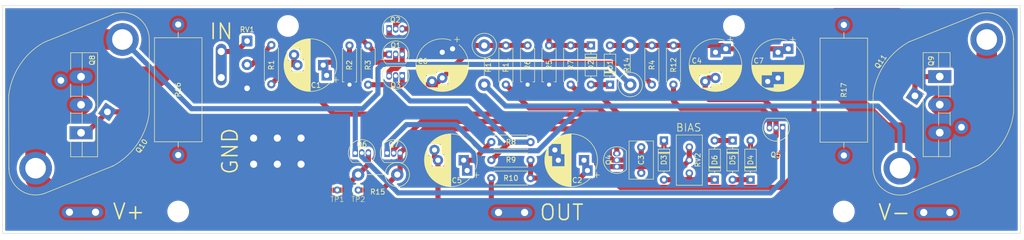
<source format=kicad_pcb>
(kicad_pcb (version 20211014) (generator pcbnew)
  (layers (0 "F.Cu" signal) (31 "B.Cu" signal) (34 "B.Paste" user) (35 "F.Paste" user) (36 "B.SilkS" user "B.Silkscreen") (37 "F.SilkS" user "F.Silkscreen") (38 "B.Mask" user) (39 "F.Mask" user) (44 "Edge.Cuts" user))
  (net 0 "")
  (net 1 "Net-(C1-Pad1)")
  (net 2 "Net-(C1-Pad2)")
  (net 3 "GND")
  (net 4 "Net-(C2-Pad1)")
  (net 5 "Net-(C3-Pad1)")
  (net 6 "Net-(C3-Pad2)")
  (net 7 "Net-(C4-Pad1)")
  (net 8 "Net-(C4-Pad2)")
  (net 9 "Net-(C5-Pad1)")
  (net 10 "OUT")
  (net 11 "Net-(C6-Pad2)")
  (net 12 "Net-(D1-Pad1)")
  (net 13 "Net-(D2-Pad1)")
  (net 14 "Net-(D3-Pad2)")
  (net 15 "Net-(D4-Pad1)")
  (net 16 "Net-(D4-Pad2)")
  (net 17 "Net-(D5-Pad1)")
  (net 18 "IN")
  (net 19 "-VDC")
  (net 20 "+VDC")
  (net 21 "Net-(Q1-Pad3)")
  (net 22 "Net-(Q2-Pad3)")
  (net 23 "Net-(Q3-Pad2)")
  (net 24 "Net-(Q4-Pad3)")
  (net 25 "Net-(Q5-Pad3)")
  (net 26 "Net-(Q10-Pad2)")
  (net 27 "Net-(Q11-Pad2)")
  (net 28 "Net-(Q10-Pad1)")
  (net 29 "Net-(Q11-Pad1)")
  (net 30 "Net-(R1-Pad1)")
  (footprint "Connector_Wire:SolderWire-0.5sqmm_1x03_P4.6mm_D0.9mm_OD2.1mm" (layer "F.Cu") (at 78.97453 109.1525 -90)
    (fp_text reference "RV1" (at -2.2185 -0.01947 180) (layer "F.SilkS"))
    (fp_text value "56K")
    (pad "1" thru_hole roundrect locked (at 0 0 270) (size 2.1 2.1) (drill 1.1) (layers *.Cu *.Mask) (roundrect_rratio 0.1190480952) (net 18 "IN"))
    (pad "2" thru_hole circle locked (at 4.6 0 270) (size 2.1 2.1) (drill 1.1) (layers *.Cu *.Mask) (net 30 "Net-(R1-Pad1)"))
    (pad "3" thru_hole circle locked (at 9.2 0 270) (size 2.1 2.1) (drill 1.1) (layers *.Cu *.Mask) (net 3 "GND"))
  )
  (footprint "Resistor_THT:R_Axial_DIN0207_L6.3mm_D2.5mm_P7.62mm_Horizontal" (layer "F.Cu") (at 134.117219 128.819802 180)
    (fp_text reference "R8" (at 3.81 -0.011774) (layer "F.SilkS"))
    (fp_text value "R_US")
    (pad "1" thru_hole circle locked (at 0 0 180) (size 1.6 1.6) (drill 0.8) (layers *.Cu *.Mask) (net 23 "Net-(Q3-Pad2)"))
    (pad "2" thru_hole oval locked (at 7.62 0 180) (size 1.6 1.6) (drill 0.8) (layers *.Cu *.Mask) (net 9 "Net-(C5-Pad1)"))
  )
  (footprint "Diode_THT:D_DO-35_SOD27_P7.62mm_Horizontal" (layer "F.Cu") (at 173.429011 128.510319 -90)
    (fp_text reference "D5" (at 3.797292 0.006792 90) (layer "F.SilkS"))
    (fp_text value "1N4149")
    (fp_text user " " (at 0 -1.8 90) (layer "F.SilkS"))
    (pad "1" thru_hole rect locked (at 0 0 270) (size 1.6 1.6) (drill 0.8) (layers *.Cu *.Mask) (net 17 "Net-(D5-Pad1)"))
    (pad "2" thru_hole oval locked (at 7.62 0 270) (size 1.6 1.6) (drill 0.8) (layers *.Cu *.Mask) (net 15 "Net-(D4-Pad1)"))
  )
  (footprint "Resistor_THT:R_Axial_DIN0414_L11.9mm_D4.5mm_P7.62mm_Vertical" (layer "F.Cu") (at 108.197219 135.135319 180)
    (fp_text reference "R15" (at 3.81 -3.37 180) (layer "F.SilkS"))
    (fp_text value "R_US")
    (pad "1" thru_hole circle locked (at 0 0 180) (size 2.4 2.4) (drill 1.2) (layers *.Cu *.Mask) (net 29 "Net-(Q11-Pad1)"))
    (pad "2" thru_hole oval locked (at 7.62 0 180) (size 2.4 2.4) (drill 1.2) (layers *.Cu *.Mask) (net 28 "Net-(Q10-Pad1)"))
  )
  (footprint "Resistor_THT:R_Axial_DIN0207_L6.3mm_D2.5mm_P7.62mm_Horizontal" (layer "F.Cu") (at 133.541344 110.02 -90)
    (fp_text reference "R6" (at 3.805 0.016344 90) (layer "F.SilkS"))
    (fp_text value "R_US")
    (pad "1" thru_hole circle locked (at 0 0 270) (size 1.6 1.6) (drill 0.8) (layers *.Cu *.Mask) (net 11 "Net-(C6-Pad2)"))
    (pad "2" thru_hole oval locked (at 7.62 0 270) (size 1.6 1.6) (drill 0.8) (layers *.Cu *.Mask) (net 3 "GND"))
  )
  (footprint "Resistor_THT:R_Axial_DIN0922_L20.0mm_D9.0mm_P25.40mm_Horizontal" (layer "F.Cu") (at 65.575 131.34 90)
    (fp_text reference "R16" (at 12.7 -0.043 90) (layer "F.SilkS"))
    (fp_text value "0R33/5W")
    (pad "1" thru_hole circle locked (at 0 0 90) (size 2.4 2.4) (drill 1.2) (layers *.Cu *.Mask) (net 10 "OUT"))
    (pad "2" thru_hole oval locked (at 25.4 0 90) (size 2.4 2.4) (drill 1.2) (layers *.Cu *.Mask) (net 26 "Net-(Q10-Pad2)"))
  )
  (footprint "MountingHole:MountingHole_3.2mm_M3" (layer "F.Cu") (at 173.685305 106.225)
    (fp_text reference " " (at 0 -4.2) (layer "F.SilkS"))
    (fp_text value "MountingHole_3.2mm_M3")
    (pad "" np_thru_hole circle locked (at 0 0) (size 3.2 3.2) (drill 3.2) (layers *.Cu *.Mask))
  )
  (footprint "Capacitor_THT:CP_Radial_D10.0mm_P5.00mm_P7.50mm" (layer "F.Cu") (at 144.519685 132.347969 180)
    (fp_text reference "C2" (at 1.322466 -3.909642) (layer "F.SilkS"))
    (fp_text value "10uF/25V")
    (pad "1" thru_hole rect locked (at 0 0 180) (size 2 2) (drill 1) (layers *.Cu *.Mask) (net 4 "Net-(C2-Pad1)"))
    (pad "1" thru_hole rect locked (at -0.672144 -2 180) (size 2 2) (drill 1) (layers *.Cu *.Mask) (net 4 "Net-(C2-Pad1)"))
    (pad "2" thru_hole circle locked (at 5 0 180) (size 2 2) (drill 1) (layers *.Cu *.Mask) (net 3 "GND"))
    (pad "2" thru_hole circle locked (at 5.672144 2 180) (size 2 2) (drill 1) (layers *.Cu *.Mask) (net 3 "GND"))
  )
  (footprint "Resistor_THT:R_Axial_DIN0414_L11.9mm_D4.5mm_P7.62mm_Vertical" (layer "F.Cu") (at 125.122016 110.02 -90)
    (fp_text reference "R13" (at 3.81 -0.765082 -90) (layer "F.SilkS"))
    (fp_text value "R_US")
    (pad "1" thru_hole circle locked (at 0 0 270) (size 2.4 2.4) (drill 1.2) (layers *.Cu *.Mask) (net 11 "Net-(C6-Pad2)"))
    (pad "2" thru_hole oval locked (at 7.62 0 270) (size 2.4 2.4) (drill 1.2) (layers *.Cu *.Mask) (net 19 "-VDC"))
  )
  (footprint "Package_TO_SOT_THT:TO-264-3_Vertical" (layer "F.Cu") (at 213.725 116.080289 -90)
    (fp_text reference "Q9" (at -3.045 1.655 90) (layer "F.SilkS"))
    (fp_text value "MJL21193")
    (pad "1" thru_hole rect locked (at 0 0 270) (size 2.5 4.5) (drill 1.5) (layers *.Cu *.Mask) (net 29 "Net-(Q11-Pad1)"))
    (pad "2" thru_hole oval locked (at 5.45 0 270) (size 2.5 4.5) (drill 1.5) (layers *.Cu *.Mask) (net 19 "-VDC"))
    (pad "3" thru_hole oval locked (at 10.9 0 270) (size 2.5 4.5) (drill 1.5) (layers *.Cu *.Mask) (net 27 "Net-(Q11-Pad2)"))
  )
  (footprint "Custom Library:Spade Conector 6.3mm TE_1217861" (layer "F.Cu") (at 130.425 142.513814)
    (fp_text reference "J2" hide)
    (fp_text value "OUT" hide)
    (pad "1" thru_hole oval (at 2.54 0) (size 5 2.1) (drill 1.4 (offset -1 0)) (layers *.Cu *.Mask) (net 10 "OUT"))
    (pad "1" thru_hole oval (at -2.54 0) (size 5 2.1) (drill 1.4 (offset 1 0)) (layers *.Cu *.Mask) (net 10 "OUT"))
  )
  (footprint "Resistor_THT:R_Axial_DIN0207_L6.3mm_D2.5mm_P7.62mm_Horizontal" (layer "F.Cu") (at 129.321792 110.02 -90)
    (fp_text reference "R11" (at 3.805 0.016344 90) (layer "F.SilkS"))
    (fp_text value "R_US")
    (pad "1" thru_hole circle locked (at 0 0 270) (size 1.6 1.6) (drill 0.8) (layers *.Cu *.Mask) (net 11 "Net-(C6-Pad2)"))
    (pad "2" thru_hole oval locked (at 7.62 0 270) (size 1.6 1.6) (drill 0.8) (layers *.Cu *.Mask) (net 24 "Net-(Q4-Pad3)"))
  )
  (footprint "Package_TO_SOT_THT:TO-92_Inline" (layer "F.Cu") (at 106.212219 130.945319)
    (fp_text reference "Q7" (at 1.27 -1.662708) (layer "F.SilkS"))
    (fp_text value "BC556")
    (pad "1" thru_hole rect locked (at 0 0) (size 1.05 1.5) (drill 0.75) (layers *.Cu *.Mask) (net 19 "-VDC"))
    (pad "2" thru_hole oval locked (at 1.27 0) (size 1.05 1.5) (drill 0.75) (layers *.Cu *.Mask) (net 6 "Net-(C3-Pad2)"))
    (pad "3" thru_hole oval locked (at 2.54 0) (size 1.05 1.5) (drill 0.75) (layers *.Cu *.Mask) (net 29 "Net-(Q11-Pad1)"))
  )
  (footprint "Package_TO_SOT_THT:TO-92_Inline" (layer "F.Cu") (at 100.022219 130.945319)
    (fp_text reference "Q6" (at 1.27 -1.662708) (layer "F.SilkS"))
    (fp_text value "BC546")
    (pad "1" thru_hole rect locked (at 0 0) (size 1.05 1.5) (drill 0.75) (layers *.Cu *.Mask) (net 20 "+VDC"))
    (pad "2" thru_hole oval locked (at 1.27 0) (size 1.05 1.5) (drill 0.75) (layers *.Cu *.Mask) (net 16 "Net-(D4-Pad2)"))
    (pad "3" thru_hole oval locked (at 2.54 0) (size 1.05 1.5) (drill 0.75) (layers *.Cu *.Mask) (net 28 "Net-(Q10-Pad1)"))
  )
  (footprint "Package_TO_SOT_THT:TO-92_Inline" (layer "F.Cu") (at 106.607638 106.790978)
    (fp_text reference "Q2" (at 1.192362 -1.740978) (layer "F.SilkS"))
    (fp_text value "BC556")
    (pad "1" thru_hole rect locked (at 0 0) (size 1.05 1.5) (drill 0.75) (layers *.Cu *.Mask) (net 21 "Net-(Q1-Pad3)"))
    (pad "2" thru_hole oval locked (at 1.27 0) (size 1.05 1.5) (drill 0.75) (layers *.Cu *.Mask) (net 13 "Net-(D2-Pad1)"))
    (pad "3" thru_hole oval locked (at 2.54 0) (size 1.05 1.5) (drill 0.75) (layers *.Cu *.Mask) (net 22 "Net-(Q2-Pad3)"))
  )
  (footprint "Package_TO_SOT_THT:TO-264-3_Vertical" (layer "F.Cu") (at 46.675 127.005289 90)
    (fp_text reference "Q8" (at 14.108 2.168 90) (layer "F.SilkS"))
    (fp_text value "MJL21194")
    (pad "1" thru_hole rect locked (at 0 0 90) (size 2.5 4.5) (drill 1.5) (layers *.Cu *.Mask) (net 28 "Net-(Q10-Pad1)"))
    (pad "2" thru_hole oval locked (at 5.45 0 90) (size 2.5 4.5) (drill 1.5) (layers *.Cu *.Mask) (net 20 "+VDC"))
    (pad "3" thru_hole oval locked (at 10.9 0 90) (size 2.5 4.5) (drill 1.5) (layers *.Cu *.Mask) (net 26 "Net-(Q10-Pad2)"))
  )
  (footprint "Connector_Pin:Pin_D0.7mm_L6.5mm_W1.8mm_FlatFork" (layer "F.Cu") (at 96.517019 138.15)
    (fp_text reference "TP1" (at 0 1.8) (layer "F.SilkS") (effects (font (thickness 0.1))))
    (fp_text value "Pin_D0.7mm_L6.5mm_W1.8mm_FlatFork")
    (pad "1" thru_hole circle locked (at 0 0) (size 1.4 1.4) (drill 0.7) (layers *.Cu *.Mask) (net 28 "Net-(Q10-Pad1)"))
  )
  (footprint "Resistor_THT:R_Axial_DIN0207_L6.3mm_D2.5mm_P7.62mm_Horizontal" (layer "F.Cu") (at 157.720224 117.64 90)
    (fp_text reference "R4" (at 3.815 0.005 90) (layer "F.SilkS"))
    (fp_text value "R_US")
    (pad "1" thru_hole circle locked (at 0 0 90) (size 1.6 1.6) (drill 0.8) (layers *.Cu *.Mask) (net 22 "Net-(Q2-Pad3)"))
    (pad "2" thru_hole oval locked (at 7.62 0 90) (size 1.6 1.6) (drill 0.8) (layers *.Cu *.Mask) (net 7 "Net-(C4-Pad1)"))
  )
  (footprint "Diode_THT:D_DO-35_SOD27_P7.62mm_Horizontal" (layer "F.Cu") (at 145.870896 110.02 -90)
    (fp_text reference "D2" (at 3.805 -0.004104 90) (layer "F.SilkS"))
    (fp_text value "1N4149")
    (fp_text user " " (at 0 -1.8 90) (layer "F.SilkS"))
    (pad "1" thru_hole rect locked (at 0 0 270) (size 1.6 1.6) (drill 0.8) (layers *.Cu *.Mask) (net 13 "Net-(D2-Pad1)"))
    (pad "2" thru_hole oval locked (at 7.62 0 270) (size 1.6 1.6) (drill 0.8) (layers *.Cu *.Mask) (net 12 "Net-(D1-Pad1)"))
  )
  (footprint "Capacitor_THT:C_Rect_L7.2mm_W4.5mm_P5.00mm_FKS2_FKP2_MKS2_MKP2" (layer "F.Cu") (at 155.652409 129.820319 -90)
    (fp_text reference "C3" (at 2.487292 0.011632 -270) (layer "F.SilkS"))
    (fp_text value "47pF")
    (pad "1" thru_hole circle locked (at 0 0 270) (size 1.6 1.6) (drill 0.8) (layers *.Cu *.Mask) (net 5 "Net-(C3-Pad1)"))
    (pad "2" thru_hole circle locked (at 5 0 270) (size 1.6 1.6) (drill 0.8) (layers *.Cu *.Mask) (net 6 "Net-(C3-Pad2)"))
  )
  (footprint "Capacitor_THT:CP_Radial_D10.0mm_P5.00mm_P7.50mm" (layer "F.Cu") (at 93.779707 113.845 180)
    (fp_text reference "C1" (at 1.404707 -3.905) (layer "F.SilkS"))
    (fp_text value "10nF")
    (pad "1" thru_hole rect locked (at 0 0 180) (size 2 2) (drill 1) (layers *.Cu *.Mask) (net 1 "Net-(C1-Pad1)"))
    (pad "1" thru_hole rect locked (at -0.672144 -2 180) (size 2 2) (drill 1) (layers *.Cu *.Mask) (net 1 "Net-(C1-Pad1)"))
    (pad "2" thru_hole circle locked (at 5 0 180) (size 2 2) (drill 1) (layers *.Cu *.Mask) (net 2 "Net-(C1-Pad2)"))
    (pad "2" thru_hole circle locked (at 5.672144 2 180) (size 2 2) (drill 1) (layers *.Cu *.Mask) (net 2 "Net-(C1-Pad2)"))
  )
  (footprint "Package_TO_SOT_THT:TO-3" (layer "F.Cu") (at 208.89763 119.825 56)
    (fp_text reference "Q11" (at 1.8 -9.25 56) (layer "F.SilkS"))
    (fp_text value "MJ15004 ")
    (pad "1" thru_hole rect locked (at 0 0 56) (size 2.6 2.6) (drill 1.3) (layers *.Cu *.Mask) (net 29 "Net-(Q11-Pad1)"))
    (pad "2" thru_hole circle locked (at 0 10.92 56) (size 2.6 2.6) (drill 1.3) (layers *.Cu *.Mask) (net 27 "Net-(Q11-Pad2)"))
    (pad "3" thru_hole circle locked (at 16.9 5.45 56) (size 6.35 6.35) (drill 4) (layers *.Cu *.Mask) (net 19 "-VDC"))
    (pad "3" thru_hole circle locked (at -13.3 5.45 56) (size 6.35 6.35) (drill 4) (layers *.Cu *.Mask) (net 19 "-VDC"))
  )
  (footprint "Custom Library:Spade Conector 6.3mm TE_1217861" (layer "F.Cu") (at 213.15 142.513814)
    (fp_text reference "J3" hide)
    (fp_text value "V+" hide)
    (pad "1" thru_hole oval (at -2.54 0) (size 5 2.1) (drill 1.4 (offset 1 0)) (layers *.Cu *.Mask) (net 19 "-VDC"))
    (pad "1" thru_hole oval (at 2.54 0) (size 5 2.1) (drill 1.4 (offset -1 0)) (layers *.Cu *.Mask) (net 19 "-VDC"))
  )
  (footprint "Connector_Pin:Pin_D0.7mm_L6.5mm_W1.8mm_FlatFork" (layer "F.Cu") (at 100.597942 138.15)
    (fp_text reference "TP2" (at 0 1.8) (layer "F.SilkS") (effects (font (thickness 0.1))))
    (fp_text value "Pin_D0.7mm_L6.5mm_W1.8mm_FlatFork")
    (pad "" thru_hole circle locked (at 0 0) (size 1.4 1.4) (drill 0.7) (layers *.Cu *.Mask) (net 29 "Net-(Q11-Pad1)"))
  )
  (footprint "Diode_THT:D_DO-35_SOD27_P7.62mm_Horizontal" (layer "F.Cu") (at 160.074011 128.510319 -90)
    (fp_text reference "D3" (at 3.797292 0.001792 90) (layer "F.SilkS"))
    (fp_text value "1N4149")
    (fp_text user " " (at 0 -1.8 90) (layer "F.SilkS"))
    (pad "1" thru_hole rect locked (at 0 0 270) (size 1.6 1.6) (drill 0.8) (layers *.Cu *.Mask) (net 6 "Net-(C3-Pad2)"))
    (pad "2" thru_hole oval locked (at 7.62 0 270) (size 1.6 1.6) (drill 0.8) (layers *.Cu *.Mask) (net 14 "Net-(D3-Pad2)"))
  )
  (footprint "Potentiometer_THT:Potentiometer_Bourns_3296W_Vertical" (layer "F.Cu") (at 165.009011 134.870319 -90)
    (fp_text reference "RV2" (at -2.562708 -1.64937 90) (layer "F.SilkS"))
    (fp_text value "1K")
    (pad "1" thru_hole circle locked (at 0 0 270) (size 1.44 1.44) (drill 0.8) (layers *.Cu *.Mask) (net 14 "Net-(D3-Pad2)"))
    (pad "2" thru_hole circle locked (at -2.54 0 270) (size 1.44 1.44) (drill 0.8) (layers *.Cu *.Mask) (net 6 "Net-(C3-Pad2)"))
    (pad "3" thru_hole circle locked (at -5.08 0 270) (size 1.44 1.44) (drill 0.8) (layers *.Cu *.Mask) (net 6 "Net-(C3-Pad2)"))
  )
  (footprint "Capacitor_THT:CP_Radial_D10.0mm_P5.00mm_P7.50mm" (layer "F.Cu") (at 182.259552 111.347323 -90)
    (fp_text reference "C7" (at 1.652677 3.759552 180) (layer "F.SilkS"))
    (fp_text value "220uF")
    (pad "1" thru_hole rect locked (at -0.672144 -2 270) (size 2 2) (drill 1) (layers *.Cu *.Mask) (net 7 "Net-(C4-Pad1)"))
    (pad "1" thru_hole rect locked (at 0 0 270) (size 2 2) (drill 1) (layers *.Cu *.Mask) (net 7 "Net-(C4-Pad1)"))
    (pad "2" thru_hole circle locked (at 5.672144 2 270) (size 2 2) (drill 1) (layers *.Cu *.Mask) (net 3 "GND"))
    (pad "2" thru_hole circle locked (at 5 0 270) (size 2 2) (drill 1) (layers *.Cu *.Mask) (net 3 "GND"))
  )
  (footprint "Diode_THT:D_DO-35_SOD27_P7.62mm_Horizontal" (layer "F.Cu") (at 176.914011 136.130319 90)
    (fp_text reference "D4" (at 3.822708 0.003208 90) (layer "F.SilkS"))
    (fp_text value "1N4149")
    (fp_text user " " (at 0 -1.8 90) (layer "F.SilkS"))
    (pad "1" thru_hole rect locked (at 0 0 90) (size 1.6 1.6) (drill 0.8) (layers *.Cu *.Mask) (net 15 "Net-(D4-Pad1)"))
    (pad "2" thru_hole oval locked (at 7.62 0 90) (size 1.6 1.6) (drill 0.8) (layers *.Cu *.Mask) (net 16 "Net-(D4-Pad2)"))
  )
  (footprint "Package_TO_SOT_THT:TO-92_Inline" (layer "F.Cu") (at 106.60453 111.75)
    (fp_text reference "Q1" (at 1.27 -1.725) (layer "F.SilkS"))
    (fp_text value "BC556")
    (pad "1" thru_hole rect locked (at 0 0) (size 1.05 1.5) (drill 0.75) (layers *.Cu *.Mask) (net 5 "Net-(C3-Pad1)"))
    (pad "2" thru_hole oval locked (at 1.27 0) (size 1.05 1.5) (drill 0.75) (layers *.Cu *.Mask) (net 1 "Net-(C1-Pad1)"))
    (pad "3" thru_hole oval locked (at 2.54 0) (size 1.05 1.5) (drill 0.75) (layers *.Cu *.Mask) (net 21 "Net-(Q1-Pad3)"))
  )
  (footprint "Capacitor_THT:CP_Radial_D10.0mm_P5.00mm_P7.50mm" (layer "F.Cu") (at 116.942229 111.347323 -90)
    (fp_text reference "C6" (at 1.727677 3.792229 180) (layer "F.SilkS"))
    (fp_text value "220uF")
    (pad "1" thru_hole rect locked (at 0 0 270) (size 2 2) (drill 1) (layers *.Cu *.Mask) (net 3 "GND"))
    (pad "1" thru_hole rect locked (at -0.672144 -2 270) (size 2 2) (drill 1) (layers *.Cu *.Mask) (net 3 "GND"))
    (pad "2" thru_hole circle locked (at 5.672144 2 270) (size 2 2) (drill 1) (layers *.Cu *.Mask) (net 11 "Net-(C6-Pad2)"))
    (pad "2" thru_hole circle locked (at 5 0 270) (size 2 2) (drill 1) (layers *.Cu *.Mask) (net 11 "Net-(C6-Pad2)"))
  )
  (footprint "Package_TO_SOT_THT:TO-92_Inline" (layer "F.Cu") (at 150.902409 133.590319 90)
    (fp_text reference "Q4" (at 1.307708 -1.587229 90) (layer "F.SilkS"))
    (fp_text value "BC546")
    (pad "1" thru_hole rect locked (at 0 0 90) (size 1.05 1.5) (drill 0.75) (layers *.Cu *.Mask) (net 6 "Net-(C3-Pad2)"))
    (pad "2" thru_hole oval locked (at 1.27 0 90) (size 1.05 1.5) (drill 0.75) (layers *.Cu *.Mask) (net 5 "Net-(C3-Pad1)"))
    (pad "3" thru_hole oval locked (at 2.54 0 90) (size 1.05 1.5) (drill 0.75) (layers *.Cu *.Mask) (net 24 "Net-(Q4-Pad3)"))
  )
  (footprint "Diode_THT:D_DO-35_SOD27_P7.62mm_Horizontal" (layer "F.Cu") (at 169.944011 136.130319 90)
    (fp_text reference "D6" (at 3.822708 0.003208 90) (layer "F.SilkS"))
    (fp_text value "1N4149")
    (fp_text user " " (at 0 -1.8 90) (layer "F.SilkS"))
    (pad "1" thru_hole rect locked (at 0 0 90) (size 1.6 1.6) (drill 0.8) (layers *.Cu *.Mask) (net 14 "Net-(D3-Pad2)"))
    (pad "2" thru_hole oval locked (at 7.62 0 90) (size 1.6 1.6) (drill 0.8) (layers *.Cu *.Mask) (net 17 "Net-(D5-Pad1)"))
  )
  (footprint "MountingHole:MountingHole_3.2mm_M3" (layer "F.Cu") (at 86.925 106.225)
    (fp_text reference " " (at 0 -4.2) (layer "F.SilkS"))
    (fp_text value "MountingHole_3.2mm_M3")
    (pad "" np_thru_hole circle locked (at 0 0) (size 3.2 3.2) (drill 3.2) (layers *.Cu *.Mask))
  )
  (footprint "MountingHole:MountingHole_3.2mm_M3" (layer "F.Cu") (at 65.575 142.325)
    (fp_text reference " " (at 0 -4.2) (layer "F.SilkS"))
    (fp_text value "MountingHole_3.2mm_M3")
    (pad "" np_thru_hole circle locked (at 0 0) (size 3.2 3.2) (drill 3.2) (layers *.Cu *.Mask))
  )
  (footprint "Package_TO_SOT_THT:TO-92_Inline" (layer "F.Cu") (at 183.15 126.03 180)
    (fp_text reference "Q5" (at 1.327781 -5.28342) (layer "F.SilkS"))
    (fp_text value "BC556")
    (pad "1" thru_hole rect locked (at 0 0 180) (size 1.05 1.5) (drill 0.75) (layers *.Cu *.Mask) (net 16 "Net-(D4-Pad2)"))
    (pad "2" thru_hole oval locked (at 1.27 0 180) (size 1.05 1.5) (drill 0.75) (layers *.Cu *.Mask) (net 8 "Net-(C4-Pad2)"))
    (pad "3" thru_hole oval locked (at 2.54 0 180) (size 1.05 1.5) (drill 0.75) (layers *.Cu *.Mask) (net 25 "Net-(Q5-Pad3)"))
  )
  (footprint "Custom Library:Spade Conector 6.3mm TE_1217861" (layer "F.Cu") (at 46.95 142.460426)
    (fp_text reference "J4" hide)
    (fp_text value "V-" hide)
    (pad "1" thru_hole oval (at 2.54 0) (size 5 2.1) (drill 1.4 (offset -1 0)) (layers *.Cu *.Mask) (net 20 "+VDC"))
    (pad "1" thru_hole oval (at -2.54 0) (size 5 2.1) (drill 1.4 (offset 1 0)) (layers *.Cu *.Mask) (net 20 "+VDC"))
  )
  (footprint "Resistor_THT:R_Axial_DIN0207_L6.3mm_D2.5mm_P7.62mm_Horizontal" (layer "F.Cu") (at 126.497219 132.320319)
    (fp_text reference "R9" (at 3.8 -0.037708) (layer "F.SilkS"))
    (fp_text value "R_US")
    (pad "1" thru_hole circle locked (at 0 0) (size 1.6 1.6) (drill 0.8) (layers *.Cu *.Mask) (net 23 "Net-(Q3-Pad2)"))
    (pad "2" thru_hole oval locked (at 7.62 0) (size 1.6 1.6) (drill 0.8) (layers *.Cu *.Mask) (net 4 "Net-(C2-Pad1)"))
  )
  (footprint "Custom Library:Spade Conector 6.3mm TE_1217861" (layer "F.Cu") (at 73.94453 113.735 90)
    (fp_text reference "J1" hide)
    (fp_text value "IN" hide)
    (pad "1" thru_hole oval (at -2.54 0 90) (size 5 2.1) (drill 1.4 (offset 1 0)) (layers *.Cu *.Mask) (net 18 "IN"))
    (pad "1" thru_hole oval (at 2.54 0 90) (size 5 2.1) (drill 1.4 (offset -1 0)) (layers *.Cu *.Mask) (net 18 "IN"))
  )
  (footprint "Package_TO_SOT_THT:TO-92_Inline" (layer "F.Cu") (at 109.14453 115.94 180)
    (fp_text reference "Q3" (at 1.27 -1.789801) (layer "F.SilkS"))
    (fp_text value "BC556")
    (pad "1" thru_hole rect locked (at 0 0 180) (size 1.05 1.5) (drill 0.75) (layers *.Cu *.Mask) (net 11 "Net-(C6-Pad2)"))
    (pad "2" thru_hole oval locked (at 1.27 0 180) (size 1.05 1.5) (drill 0.75) (layers *.Cu *.Mask) (net 23 "Net-(Q3-Pad2)"))
    (pad "3" thru_hole oval locked (at 2.54 0 180) (size 1.05 1.5) (drill 0.75) (layers *.Cu *.Mask) (net 21 "Net-(Q1-Pad3)"))
  )
  (footprint "Custom Library:Spade Conector 6.3mm TE_1217861" (layer "F.Cu") (at 80.25 130.58282 90)
    (fp_text reference "J7" hide)
    (fp_text value "GND" hide)
    (pad "1" thru_hole oval (at 2.54 0 90) (size 5 2.1) (drill 1.4 (offset -1 0)) (layers *.Cu *.Mask) (net 3 "GND"))
    (pad "1" thru_hole oval (at -2.54 0 90) (size 5 2.1) (drill 1.4 (offset 1 0)) (layers *.Cu *.Mask) (net 3 "GND"))
  )
  (footprint "Resistor_THT:R_Axial_DIN0207_L6.3mm_D2.5mm_P7.62mm_Horizontal" (layer "F.Cu") (at 83.69453 109.9425 -90)
    (fp_text reference "R1" (at 3.8825 -0.00547 90) (layer "F.SilkS"))
    (fp_text value "1K")
    (pad "1" thru_hole circle locked (at 0 0 270) (size 1.6 1.6) (drill 0.8) (layers *.Cu *.Mask) (net 30 "Net-(R1-Pad1)"))
    (pad "2" thru_hole oval locked (at 7.62 0 270) (size 1.6 1.6) (drill 0.8) (layers *.Cu *.Mask) (net 2 "Net-(C1-Pad2)"))
  )
  (footprint "Custom Library:Spade Conector 6.3mm TE_1217861" (layer "F.Cu") (at 89.47 130.58282 90)
    (fp_text reference "J6" hide)
    (fp_text value "GND" hide)
    (pad "1" thru_hole oval (at -2.54 0 90) (size 5 2.1) (drill 1.4 (offset 1 0)) (layers *.Cu *.Mask) (net 3 "GND"))
    (pad "1" thru_hole oval (at 2.54 0 90) (size 5 2.1) (drill 1.4 (offset -1 0)) (layers *.Cu *.Mask) (net 3 "GND"))
  )
  (footprint "Custom Library:Spade Conector 6.3mm TE_1217861" (layer "F.Cu") (at 84.86 130.58282 90)
    (fp_text reference "J5" hide)
    (fp_text value "GND" hide)
    (pad "1" thru_hole oval (at -2.54 0 90) (size 5 2.1) (drill 1.4 (offset 1 0)) (layers *.Cu *.Mask) (net 3 "GND"))
    (pad "1" thru_hole oval (at 2.54 0 90) (size 5 2.1) (drill 1.4 (offset -1 0)) (layers *.Cu *.Mask) (net 3 "GND"))
  )
  (footprint "Resistor_THT:R_Axial_DIN0207_L6.3mm_D2.5mm_P7.62mm_Horizontal" (layer "F.Cu") (at 137.721344 117.64 90)
    (fp_text reference "R5" (at 3.815 0.00388 90) (layer "F.SilkS"))
    (fp_text value "R_US")
    (pad "1" thru_hole circle locked (at 0 0 90) (size 1.6 1.6) (drill 0.8) (layers *.Cu *.Mask) (net 3 "GND"))
    (pad "2" thru_hole oval locked (at 7.62 0 90) (size 1.6 1.6) (drill 0.8) (layers *.Cu *.Mask) (net 13 "Net-(D2-Pad1)"))
  )
  (footprint "Package_TO_SOT_THT:TO-3" (layer "F.Cu") (at 51.800109 122.935667 -124)
    (fp_text reference "Q10" (at 1.8 -9.25 56) (layer "F.SilkS"))
    (fp_text value "MJ15003")
    (pad "1" thru_hole rect locked (at 0 0 236) (size 2.6 2.6) (drill 1.3) (layers *.Cu *.Mask) (net 28 "Net-(Q10-Pad1)"))
    (pad "2" thru_hole circle locked (at 0 10.92 236) (size 2.6 2.6) (drill 1.3) (layers *.Cu *.Mask) (net 26 "Net-(Q10-Pad2)"))
    (pad "3" thru_hole circle locked (at -13.3 5.45 236) (size 6.35 6.35) (drill 4) (layers *.Cu *.Mask) (net 20 "+VDC"))
    (pad "3" thru_hole circle locked (at 16.9 5.45 236) (size 6.35 6.35) (drill 4) (layers *.Cu *.Mask) (net 20 "+VDC"))
  )
  (footprint "Resistor_THT:R_Axial_DIN0922_L20.0mm_D9.0mm_P25.40mm_Horizontal" (layer "F.Cu") (at 195.07 106.02 -90)
    (fp_text reference "R17" (at 12.68 -0.005 90) (layer "F.SilkS"))
    (fp_text value "0R33/5W")
    (pad "1" thru_hole circle locked (at 0 0 270) (size 2.4 2.4) (drill 1.2) (layers *.Cu *.Mask) (net 27 "Net-(Q11-Pad2)"))
    (pad "2" thru_hole oval locked (at 25.4 0 270) (size 2.4 2.4) (drill 1.2) (layers *.Cu *.Mask) (net 10 "OUT"))
  )
  (footprint "Resistor_THT:R_Axial_DIN0207_L6.3mm_D2.5mm_P7.62mm_Horizontal" (layer "F.Cu") (at 102.52203 117.655 90)
    (fp_text reference "R3" (at 3.81 -0.02453 90) (layer "F.SilkS"))
    (fp_text value "R_US")
    (pad "1" thru_hole circle locked (at 0 0 90) (size 1.6 1.6) (drill 0.8) (layers *.Cu *.Mask) (net 11 "Net-(C6-Pad2)"))
    (pad "2" thru_hole oval locked (at 7.62 0 90) (size 1.6 1.6) (drill 0.8) (layers *.Cu *.Mask) (net 5 "Net-(C3-Pad1)"))
  )
  (footprint "Resistor_THT:R_Axial_DIN0207_L6.3mm_D2.5mm_P7.62mm_Horizontal" (layer "F.Cu") (at 161.92 117.64 90)
    (fp_text reference "R12" (at 3.815 0.005 90) (layer "F.SilkS"))
    (fp_text value "R_US")
    (pad "1" thru_hole circle locked (at 0 0 90) (size 1.6 1.6) (drill 0.8) (layers *.Cu *.Mask) (net 25 "Net-(Q5-Pad3)"))
    (pad "2" thru_hole oval locked (at 7.62 0 90) (size 1.6 1.6) (drill 0.8) (layers *.Cu *.Mask) (net 7 "Net-(C4-Pad1)"))
  )
  (footprint "Resistor_THT:R_Axial_DIN0207_L6.3mm_D2.5mm_P7.62mm_Horizontal" (layer "F.Cu") (at 134.107219 135.820837 180)
    (fp_text reference "R10" (at 3.81 -0.011774) (layer "F.SilkS"))
    (fp_text value "R_US")
    (pad "1" thru_hole circle locked (at 0 0 180) (size 1.6 1.6) (drill 0.8) (layers *.Cu *.Mask) (net 4 "Net-(C2-Pad1)"))
    (pad "2" thru_hole oval locked (at 7.62 0 180) (size 1.6 1.6) (drill 0.8) (layers *.Cu *.Mask) (net 10 "OUT"))
  )
  (footprint "Resistor_THT:R_Axial_DIN0414_L11.9mm_D4.5mm_P7.62mm_Vertical" (layer "F.Cu") (at 153.520448 117.64 90)
    (fp_text reference "R14" (at 3.83 -0.682307 90) (layer "F.SilkS"))
    (fp_text value "R_US")
    (pad "1" thru_hole circle locked (at 0 0 90) (size 2.4 2.4) (drill 1.2) (layers *.Cu *.Mask) (net 20 "+VDC"))
    (pad "2" thru_hole oval locked (at 7.62 0 90) (size 2.4 2.4) (drill 1.2) (layers *.Cu *.Mask) (net 7 "Net-(C4-Pad1)"))
  )
  (footprint "Capacitor_THT:CP_Radial_D10.0mm_P5.00mm_P7.50mm" (layer "F.Cu") (at 170.099776 111.347323 -90)
    (fp_text reference "C4" (at 1.652677 3.649776 180) (layer "F.SilkS"))
    (fp_text value "47uF")
    (pad "1" thru_hole rect locked (at -0.672144 -2 270) (size 2 2) (drill 1) (layers *.Cu *.Mask) (net 7 "Net-(C4-Pad1)"))
    (pad "1" thru_hole rect locked (at 0 0 270) (size 2 2) (drill 1) (layers *.Cu *.Mask) (net 7 "Net-(C4-Pad1)"))
    (pad "2" thru_hole circle locked (at 5 0 270) (size 2 2) (drill 1) (layers *.Cu *.Mask) (net 8 "Net-(C4-Pad2)"))
    (pad "2" thru_hole circle locked (at 5.672144 2 270) (size 2 2) (drill 1) (layers *.Cu *.Mask) (net 8 "Net-(C4-Pad2)"))
  )
  (footprint "Resistor_THT:R_Axial_DIN0207_L6.3mm_D2.5mm_P7.62mm_Horizontal" (layer "F.Cu") (at 141.92112 117.64 90)
    (fp_text reference "R7" (at 3.815 0.00388 90) (layer "F.SilkS"))
    (fp_text value "R_US")
    (pad "1" thru_hole circle locked (at 0 0 90) (size 1.6 1.6) (drill 0.8) (layers *.Cu *.Mask) (net 8 "Net-(C4-Pad2)"))
    (pad "2" thru_hole oval locked (at 7.62 0 90) (size 1.6 1.6) (drill 0.8) (layers *.Cu *.Mask) (net 13 "Net-(D2-Pad1)"))
  )
  (footprint "Diode_THT:D_DO-35_SOD27_P7.62mm_Horizontal" (layer "F.Cu") (at 149.570672 117.64 90)
    (fp_text reference "D1" (at 3.815 0.004328 90) (layer "F.SilkS"))
    (fp_text value "1N4149")
    (fp_text user " " (at 0 -1.8 90) (layer "F.SilkS"))
    (pad "1" thru_hole rect locked (at 0 0 90) (size 1.6 1.6) (drill 0.8) (layers *.Cu *.Mask) (net 12 "Net-(D1-Pad1)"))
    (pad "2" thru_hole oval locked (at 7.62 0 90) (size 1.6 1.6) (drill 0.8) (layers *.Cu *.Mask) (net 7 "Net-(C4-Pad1)"))
  )
  (footprint "MountingHole:MountingHole_3.2mm_M3" (layer "F.Cu") (at 195.07 142.325)
    (fp_text reference " " (at 0 -4.2) (layer "F.SilkS"))
    (fp_text value "MountingHole_3.2mm_M3")
    (pad "" np_thru_hole circle locked (at 0 0) (size 3.2 3.2) (drill 3.2) (layers *.Cu *.Mask))
  )
  (footprint "Capacitor_THT:CP_Radial_D10.0mm_P5.00mm_P7.50mm" (layer "F.Cu") (at 121.109685 132.347969 180)
    (fp_text reference "C5" (at 1.337466 -3.934642) (layer "F.SilkS"))
    (fp_text value "10nF/16V")
    (pad "1" thru_hole rect locked (at 0 0 180) (size 2 2) (drill 1) (layers *.Cu *.Mask) (net 9 "Net-(C5-Pad1)"))
    (pad "1" thru_hole rect locked (at -0.672144 -2 180) (size 2 2) (drill 1) (layers *.Cu *.Mask) (net 9 "Net-(C5-Pad1)"))
    (pad "2" thru_hole circle locked (at 5.672144 2 180) (size 2 2) (drill 1) (layers *.Cu *.Mask) (net 10 "OUT"))
    (pad "2" thru_hole circle locked (at 5 0 180) (size 2 2) (drill 1) (layers *.Cu *.Mask) (net 10 "OUT"))
  )
  (footprint "Resistor_THT:R_Axial_DIN0207_L6.3mm_D2.5mm_P7.62mm_Horizontal" (layer "F.Cu") (at 98.89953 117.655 90)
    (fp_text reference "R2" (at 3.81 -0.02453 90) (layer "F.SilkS"))
    (fp_text value "56K")
    (pad "1" thru_hole circle locked (at 0 0 90) (size 1.6 1.6) (drill 0.8) (layers *.Cu *.Mask) (net 3 "GND"))
    (pad "2" thru_hole oval locked (at 7.62 0 90) (size 1.6 1.6) (drill 0.8) (layers *.Cu *.Mask) (net 1 "Net-(C1-Pad1)"))
  )
  (gr_rect (start 229.4 146.575) (end 31.405 102.27) (layer "Edge.Cuts") (width 0.1) (fill none))
  (gr_text "V+" (at 55.977938 142.325) (layer "F.SilkS") (effects (font (size 3 3) (thickness 0.3))))
  (gr_text "IN\n" (at 73.94453 107.3) (layer "F.SilkS") (effects (font (size 3 3) (thickness 0.3))))
  (gr_text "OUT" (at 140.175 142.513814) (layer "F.SilkS") (effects (font (size 3 3) (thickness 0.3))))
  (gr_text "V-\n" (at 204.887113 142.475) (layer "F.SilkS") (effects (font (size 3 3) (thickness 0.3))))
  (gr_text "GND\n" (at 75.660165 130.58532 90) (layer "F.SilkS") (effects (font (size 3 3) (thickness 0.3))))
  (gr_text "BIAS" (at 164.875 126) (layer "F.SilkS") (effects (font (size 1.5 1.5))))
  (segment (start 98.89953 112.7) (end 98.89953 110.035) (width 1) (layer "F.Cu") (net 1))
  (segment (start 107.87453 113.014086) (end 107.597638 113.290978) (width 1) (layer "F.Cu") (net 1))
  (segment (start 94.333729 113.290978) (end 93.779707 113.845) (width 1) (layer "F.Cu") (net 1))
  (segment (start 107.87453 111.75) (end 107.87453 113.014086) (width 1) (layer "F.Cu") (net 1))
  (segment (start 107.597638 113.290978) (end 94.333729 113.290978) (width 1) (layer "F.Cu") (net 1))
  (segment (start 88.107563 111.845) (end 88.107563 113.149467) (width 1) (layer "F.Cu") (net 2))
  (segment (start 88.107563 113.149467) (end 83.69453 117.5625) (width 1) (layer "F.Cu") (net 2))
  (segment (start 143.718961 135.820837) (end 145.191829 134.347969) (width 1) (layer "F.Cu") (net 4))
  (segment (start 134.117219 132.320319) (end 134.117219 135.810837) (width 1) (layer "F.Cu") (net 4))
  (segment (start 134.107219 135.820837) (end 143.718961 135.820837) (width 1) (layer "F.Cu") (net 4))
  (segment (start 91.277638 109.890978) (end 91.277638 118.827638) (width 1) (layer "F.Cu") (net 5))
  (segment (start 100.398008 107.910978) (end 93.257638 107.910978) (width 1) (layer "F.Cu") (net 5))
  (segment (start 150.177655 132.320319) (end 149.49624 131.638904) (width 1) (layer "F.Cu") (net 5))
  (segment (start 155.129511 132.320319) (end 150.902409 132.320319) (width 1) (layer "F.Cu") (net 5))
  (segment (start 146.59951 123.37451) (end 95.82451 123.37451) (width 1) (layer "F.Cu") (net 5))
  (segment (start 149.49624 131.388904) (end 149.452889 131.345553) (width 1) (layer "F.Cu") (net 5))
  (segment (start 93.257638 107.910978) (end 91.277638 109.890978) (width 1) (layer "F.Cu") (net 5))
  (segment (start 106.60453 111.75) (end 104.23703 111.75) (width 1) (layer "F.Cu") (net 5))
  (segment (start 104.23703 111.75) (end 102.52203 110.035) (width 1) (layer "F.Cu") (net 5))
  (segment (start 149.452889 126.227889) (end 146.59951 123.37451) (width 1) (layer "F.Cu") (net 5))
  (segment (start 150.902409 132.320319) (end 150.177655 132.320319) (width 1) (layer "F.Cu") (net 5))
  (segment (start 102.52203 110.035) (end 100.398008 107.910978) (width 1) (layer "F.Cu") (net 5))
  (segment (start 95.82451 123.37451) (end 91.277638 118.827638) (width 1) (layer "F.Cu") (net 5))
  (segment (start 149.49624 131.638904) (end 149.49624 131.388904) (width 1) (layer "F.Cu") (net 5))
  (segment (start 155.652409 129.820319) (end 155.652409 131.797421) (width 1) (layer "F.Cu") (net 5))
  (segment (start 155.652409 131.797421) (end 155.129511 132.320319) (width 1) (layer "F.Cu") (net 5))
  (segment (start 149.452889 131.345553) (end 149.452889 126.227889) (width 1) (layer "F.Cu") (net 5))
  (segment (start 112.940806 124.8) (end 145.925 124.8) (width 1) (layer "F.Cu") (net 6))
  (segment (start 155.652409 134.820319) (end 155.652409 133.593217) (width 1) (layer "F.Cu") (net 6))
  (segment (start 165.009011 129.790319) (end 165.009011 132.330319) (width 1) (layer "F.Cu") (net 6))
  (segment (start 145.925 124.8) (end 148.184229 127.059229) (width 1) (layer "F.Cu") (net 6))
  (segment (start 155.652409 133.593217) (end 155.649511 133.590319) (width 1) (layer "F.Cu") (net 6))
  (segment (start 160.444927 133.590319) (end 163.749011 133.590319) (width 1) (layer "F.Cu") (net 6))
  (segment (start 149.251291 133.590319) (end 150.902409 133.590319) (width 1) (layer "F.Cu") (net 6))
  (segment (start 163.749011 133.590319) (end 165.009011 132.330319) (width 1) (layer "F.Cu") (net 6))
  (segment (start 148.184229 127.059229) (end 148.184229 132.523257) (width 1) (layer "F.Cu") (net 6))
  (segment (start 160.074011 133.219403) (end 160.444927 133.590319) (width 1) (layer "F.Cu") (net 6))
  (segment (start 107.482219 130.258587) (end 112.940806 124.8) (width 1) (layer "F.Cu") (net 6))
  (segment (start 150.902409 133.590319) (end 160.444927 133.590319) (width 1) (layer "F.Cu") (net 6))
  (segment (start 107.482219 130.945319) (end 107.482219 130.258587) (width 1) (layer "F.Cu") (net 6))
  (segment (start 160.074011 128.510319) (end 160.074011 133.219403) (width 1) (layer "F.Cu") (net 6))
  (segment (start 148.184229 132.523257) (end 149.251291 133.590319) (width 1) (layer "F.Cu") (net 6))
  (segment (start 184.259552 110.675179) (end 172.099776 110.675179) (width 1) (layer "F.Cu") (net 7))
  (segment (start 171.444597 110.02) (end 172.099776 110.675179) (width 1) (layer "F.Cu") (net 7))
  (segment (start 149.570672 110.02) (end 171.444597 110.02) (width 1) (layer "F.Cu") (net 7))
  (segment (start 144.28112 120) (end 141.92112 117.64) (width 1) (layer "F.Cu") (net 8))
  (segment (start 151.975 124.075) (end 147.9 120) (width 1) (layer "F.Cu") (net 8))
  (segment (start 181.88 126.03) (end 181.88 122.87) (width 1) (layer "F.Cu") (net 8))
  (segment (start 170.099776 116.347323) (end 168.77192 116.347323) (width 1) (layer "F.Cu") (net 8))
  (segment (start 175.575 124.075) (end 151.975 124.075) (width 1) (layer "F.Cu") (net 8))
  (segment (start 181.275 128.225) (end 179.725 128.225) (width 1) (layer "F.Cu") (net 8))
  (segment (start 179.725 128.225) (end 175.575 124.075) (width 1) (layer "F.Cu") (net 8))
  (segment (start 181.88 122.87) (end 179.56 120.55) (width 1) (layer "F.Cu") (net 8))
  (segment (start 168.83 120.55) (end 168.099776 119.819776) (width 1) (layer "F.Cu") (net 8))
  (segment (start 179.56 120.55) (end 168.83 120.55) (width 1) (layer "F.Cu") (net 8))
  (segment (start 147.9 120) (end 144.28112 120) (width 1) (layer "F.Cu") (net 8))
  (segment (start 181.88 127.62) (end 181.275 128.225) (width 1) (layer "F.Cu") (net 8))
  (segment (start 168.099776 119.819776) (end 168.099776 117.019467) (width 1) (layer "F.Cu") (net 8))
  (segment (start 181.88 126.03) (end 181.88 127.62) (width 1) (layer "F.Cu") (net 8))
  (segment (start 168.77192 116.347323) (end 168.099776 117.019467) (width 1) (layer "F.Cu") (net 8))
  (segment (start 121.781829 134.347969) (end 121.781829 133.020113) (width 1) (layer "F.Cu") (net 9))
  (segment (start 122.969052 132.347969) (end 126.497219 128.819802) (width 1) (layer "F.Cu") (net 9))
  (segment (start 121.109685 132.347969) (end 122.969052 132.347969) (width 1) (layer "F.Cu") (net 9))
  (segment (start 121.781829 133.020113) (end 121.109685 132.347969) (width 1) (layer "F.Cu") (net 9))
  (segment (start 76.748814 142.513814) (end 65.575 131.34) (width 4) (layer "F.Cu") (net 10))
  (segment (start 183.976186 142.513814) (end 195.07 131.42) (width 4) (layer "F.Cu") (net 10))
  (segment (start 115.437541 130.347969) (end 115.437541 131.675825) (width 1) (layer "F.Cu") (net 10))
  (segment (start 115.236186 142.513814) (end 76.748814 142.513814) (width 4) (layer "F.Cu") (net 10))
  (segment (start 126.487219 135.820837) (end 126.487219 141.116033) (width 1) (layer "F.Cu") (net 10))
  (segment (start 116.109685 141.640315) (end 115.236186 142.513814) (width 1) (layer "F.Cu") (net 10))
  (segment (start 115.437541 131.675825) (end 116.109685 132.347969) (width 1) (layer "F.Cu") (net 10))
  (segment (start 127.885 142.513814) (end 183.976186 142.513814) (width 4) (layer "F.Cu") (net 10))
  (segment (start 116.109685 132.347969) (end 116.109685 141.640315) (width 1) (layer "F.Cu") (net 10))
  (segment (start 132.965 142.513814) (end 115.236186 142.513814) (width 4) (layer "F.Cu") (net 10))
  (segment (start 126.487219 141.116033) (end 127.885 142.513814) (width 1) (layer "F.Cu") (net 10))
  (segment (start 133.541344 110.02) (end 123.269552 110.02) (width 1) (layer "F.Cu") (net 11))
  (segment (start 123.269552 110.02) (end 116.942229 116.347323) (width 1) (layer "F.Cu") (net 11))
  (segment (start 109.14453 117.43047) (end 108.92 117.655) (width 1) (layer "F.Cu") (net 11))
  (segment (start 108.92 117.655) (end 115.634552 117.655) (width 1) (layer "F.Cu") (net 11))
  (segment (start 102.52203 117.655) (end 108.92 117.655) (width 1) (layer "F.Cu") (net 11))
  (segment (start 109.14453 115.94) (end 109.14453 117.43047) (width 1) (layer "F.Cu") (net 11))
  (segment (start 115.634552 117.655) (end 116.942229 116.347323) (width 1) (layer "F.Cu") (net 11))
  (segment (start 145.870896 117.64) (end 149.570672 117.64) (width 1) (layer "F.Cu") (net 12))
  (segment (start 135.25 104.9) (end 108.875 104.9) (width 1) (layer "F.Cu") (net 13))
  (segment (start 108.875 104.9) (end 107.877638 105.897362) (width 1) (layer "F.Cu") (net 13))
  (segment (start 107.877638 105.897362) (end 107.877638 106.790978) (width 1) (layer "F.Cu") (net 13))
  (segment (start 145.870896 110.02) (end 137.721344 110.02) (width 1) (layer "F.Cu") (net 13))
  (segment (start 137.721344 107.371344) (end 135.25 104.9) (width 1) (layer "F.Cu") (net 13))
  (segment (start 137.721344 110.02) (end 137.721344 107.371344) (width 1) (layer "F.Cu") (net 13))
  (segment (start 164.909511 136.130319) (end 160.074011 136.130319) (width 1) (layer "F.Cu") (net 14))
  (segment (start 169.944011 136.130319) (end 164.909511 136.130319) (width 1) (layer "F.Cu") (net 14))
  (segment (start 165.009011 136.030819) (end 164.909511 136.130319) (width 1) (layer "F.Cu") (net 14))
  (segment (start 165.009011 134.870319) (end 165.009011 136.030819) (width 1) (layer "F.Cu") (net 14))
  (segment (start 173.429011 136.130319) (end 176.914011 136.130319) (width 1) (layer "F.Cu") (net 15))
  (segment (start 176.914011 128.510319) (end 176.914011 131.039403) (width 1) (layer "F.Cu") (net 16))
  (segment (start 181.987389 131.712611) (end 183.15 130.55) (width 1) (layer "F.Cu") (net 16))
  (segment (start 177.587219 131.712611) (end 181.987389 131.712611) (width 1) (layer "F.Cu") (net 16))
  (segment (start 183.15 130.55) (end 183.15 126.03) (width 1) (layer "F.Cu") (net 16))
  (segment (start 176.914011 131.039403) (end 177.587219 131.712611) (width 1) (layer "F.Cu") (net 16))
  (segment (start 183.15 136.325) (end 183.15 126.03) (width 1) (layer "B.Cu") (net 16))
  (segment (start 108.360168 138.7) (end 180.775 138.7) (width 1) (layer "B.Cu") (net 16))
  (segment (start 180.775 138.7) (end 183.15 136.325) (width 1) (layer "B.Cu") (net 16))
  (segment (start 101.292219 131.632051) (end 108.360168 138.7) (width 1) (layer "B.Cu") (net 16))
  (segment (start 101.292219 130.945319) (end 101.292219 131.632051) (width 1) (layer "B.Cu") (net 16))
  (segment (start 169.944011 128.510319) (end 173.429011 128.510319) (width 1) (layer "F.Cu") (net 17))
  (segment (start 73.94453 116.275) (end 73.94453 111.195) (width 1) (layer "F.Cu") (net 18))
  (segment (start 73.94453 111.195) (end 76.93203 111.195) (width 1) (layer "F.Cu") (net 18))
  (segment (start 76.93203 111.195) (end 78.97453 109.1525) (width 1) (layer "F.Cu") (net 18))
  (segment (start 215.211186 142.513814) (end 210.61 142.513814) (width 4) (layer "F.Cu") (net 19))
  (segment (start 222.866245 132.808755) (end 221.776199 133.898801) (width 4) (layer "F.Cu") (net 19))
  (segment (start 222.505289 121.530289) (end 222.866245 121.891245) (width 4) (layer "F.Cu") (net 19))
  (segment (start 215.69 142.513814) (end 215.211186 142.513814) (width 4) (layer "F.Cu") (net 19))
  (segment (start 213.326199 133.898801) (end 205.978619 133.898801) (width 4) (layer "F.Cu") (net 19))
  (segment (start 222.866245 108.861866) (end 222.866245 132.808755) (width 4) (layer "F.Cu") (net 19))
  (segment (start 213.326199 133.898801) (end 213.326199 140.628827) (width 4) (layer "F.Cu") (net 19))
  (segment (start 221.776199 133.898801) (end 213.326199 133.898801) (width 4) (layer "F.Cu") (net 19))
  (segment (start 213.725 121.530289) (end 222.505289 121.530289) (width 4) (layer "F.Cu") (net 19))
  (segment (start 124.65 130.5) (end 135.55 130.5) (width 1) (layer "B.Cu") (net 19))
  (segment (start 129.286323 121.804307) (end 125.122016 117.64) (width 1) (layer "B.Cu") (net 19))
  (segment (start 205.978619 126.093619) (end 205.978619 133.898801) (width 1) (layer "B.Cu") (net 19))
  (segment (start 135.55 130.5) (end 144.245693 121.804307) (width 1) (layer "B.Cu") (net 19))
  (segment (start 106.212219 130.945319) (end 106.212219 129.195319) (width 1) (layer "B.Cu") (net 19))
  (segment (start 201.689307 121.804307) (end 205.978619 126.093619) (width 1) (layer "B.Cu") (net 19))
  (segment (start 119.575 125.425) (end 124.65 130.5) (width 1) (layer "B.Cu") (net 19))
  (segment (start 144.245693 121.804307) (end 201.689307 121.804307) (width 1) (layer "B.Cu") (net 19))
  (segment (start 106.212219 129.195319) (end 109.982538 125.425) (width 1) (layer "B.Cu") (net 19))
  (segment (start 144.245693 121.804307) (end 129.286323 121.804307) (width 1) (layer "B.Cu") (net 19))
  (segment (start 109.982538 125.425) (end 119.575 125.425) (width 1) (layer "B.Cu") (net 19))
  (segment (start 37.831494 121.668506) (end 37.831494 119.831494) (width 4) (layer "F.Cu") (net 20))
  (segment (start 42.836866 108.861866) (end 41.076122 108.861866) (width 4) (layer "F.Cu") (net 20))
  (segment (start 37.831494 133.898801) (end 37.831494 121.668506) (width 4) (layer "F.Cu") (net 20))
  (segment (start 37.831494 133.898801) (end 37.831494 135.88192) (width 4) (layer "F.Cu") (net 20))
  (segment (start 37.944711 121.555289) (end 37.831494 121.668506) (width 4) (layer "F.Cu") (net 20))
  (segment (start 42.836866 108.861866) (end 54.71912 108.861866) (width 4) (layer "F.Cu") (net 20))
  (segment (start 37.831494 119.831494) (end 37.831494 112.106494) (width 4) (layer "F.Cu") (net 20))
  (segment (start 41.076122 108.861866) (end 37.831494 112.106494) (width 4) (layer "F.Cu") (net 20))
  (segment (start 46.675 121.555289) (end 37.944711 121.555289) (width 4) (layer "F.Cu") (net 20))
  (segment (start 49.49 142.460426) (end 44.41 142.460426) (width 4) (layer "F.Cu") (net 20))
  (segment (start 37.831494 135.88192) (end 44.41 142.460426) (width 4) (layer "F.Cu") (net 20))
  (segment (start 104.44 114.56) (end 104.44 119.36) (width 1) (layer "B.Cu") (net 20))
  (segment (start 101.48 122.32) (end 104.44 119.36) (width 1) (layer "B.Cu") (net 20))
  (segment (start 153.520448 117.64) (end 149.590448 113.71) (width 1) (layer "B.Cu") (net 20))
  (segment (start 100.022219 130.945319) (end 100.022219 122.481781) (width 1) (layer "B.Cu") (net 20))
  (segment (start 68.177254 122.32) (end 54.71912 108.861866) (width 1) (layer "B.Cu") (net 20))
  (segment (start 105.29 113.71) (end 104.44 114.56) (width 1) (layer "B.Cu") (net 20))
  (segment (start 100.184 122.32) (end 68.177254 122.32) (width 1) (layer "B.Cu") (net 20))
  (segment (start 100.022219 122.481781) (end 100.184 122.32) (width 1) (layer "B.Cu") (net 20))
  (segment (start 149.590448 113.71) (end 105.29 113.71) (width 1) (layer "B.Cu") (net 20))
  (segment (start 100.184 122.32) (end 101.48 122.32) (width 1) (layer "B.Cu") (net 20))
  (segment (start 109.14453 111.75) (end 109.14453 110.440966) (width 1) (layer "F.Cu") (net 21))
  (segment (start 106.60453 115.125) (end 106.60453 115.94) (width 1) (layer "F.Cu") (net 21))
  (segment (start 106.607638 107.904074) (end 106.607638 106.790978) (width 1) (layer "F.Cu") (net 21))
  (segment (start 109.14453 113.44045) (end 108.094491 114.490489) (width 1) (layer "F.Cu") (net 21))
  (segment (start 108.094491 114.490489) (end 107.239041 114.490489) (width 1) (layer "F.Cu") (net 21))
  (segment (start 107.239041 114.490489) (end 106.60453 115.125) (width 1) (layer "F.Cu") (net 21))
  (segment (start 109.14453 111.75) (end 109.14453 113.44045) (width 1) (layer "F.Cu") (net 21))
  (segment (start 109.14453 110.440966) (end 106.607638 107.904074) (width 1) (layer "F.Cu") (net 21))
  (segment (start 135.6 111.25) (end 135.6 108.325) (width 1) (layer "F.Cu") (net 22))
  (segment (start 135.6 108.325) (end 134.065978 106.790978) (width 1) (layer "F.Cu") (net 22))
  (segment (start 137.834888 113.484888) (end 135.6 111.25) (width 1) (layer "F.Cu") (net 22))
  (segment (start 153.565112 113.484888) (end 137.834888 113.484888) (width 1) (layer "F.Cu") (net 22))
  (segment (start 134.065978 106.790978) (end 109.147638 106.790978) (width 1) (layer "F.Cu") (net 22))
  (segment (start 157.720224 117.64) (end 153.565112 113.484888) (width 1) (layer "F.Cu") (net 22))
  (segment (start 129.997736 128.819802) (end 126.497219 132.320319) (width 1) (layer "F.Cu") (net 23))
  (segment (start 134.117219 128.819802) (end 129.997736 128.819802) (width 1) (layer "F.Cu") (net 23))
  (segment (start 110.705 120.82) (end 122.205 120.82) (width 1) (layer "B.Cu") (net 23))
  (segment (start 107.87453 115.94) (end 107.87453 117.98953) (width 1) (layer "B.Cu") (net 23))
  (segment (start 130.204802 128.819802) (end 122.205 120.82) (width 1) (layer "B.Cu") (net 23))
  (segment (start 107.87453 117.98953) (end 110.705 120.82) (width 1) (layer "B.Cu") (net 23))
  (segment (start 134.117219 128.819802) (end 130.204802 128.819802) (width 1) (layer "B.Cu") (net 23))
  (segment (start 129.321792 117.64) (end 133.856792 122.175) (width 1) (layer "F.Cu") (net 24))
  (segment (start 133.856792 122.175) (end 147.425 122.175) (width 1) (layer "F.Cu") (net 24))
  (segment (start 147.425 122.175) (end 150.902409 125.652409) (width 1) (layer "F.Cu") (net 24))
  (segment (start 150.902409 131.050319) (end 150.902409 125.652409) (width 1) (layer "F.Cu") (net 24))
  (segment (start 180.61 126.03) (end 180.61 123.75) (width 1) (layer "F.Cu") (net 25))
  (segment (start 161.92 120.81) (end 163.35 122.24) (width 1) (layer "F.Cu") (net 25))
  (segment (start 163.35 122.24) (end 179.1 122.24) (width 1) (layer "F.Cu") (net 25))
  (segment (start 161.92 117.64) (end 161.92 120.81) (width 1) (layer "F.Cu") (net 25))
  (segment (start 179.1 122.24) (end 180.61 123.75) (width 1) (layer "F.Cu") (net 25))
  (segment (start 61.569711 116.105289) (end 46.675 116.105289) (width 4) (layer "F.Cu") (net 26))
  (segment (start 46.675 116.105289) (end 43.47101 116.105289) (width 4) (layer "F.Cu") (net 26))
  (segment (start 43.47101 116.105289) (end 42.747019 116.82928) (width 4) (layer "F.Cu") (net 26))
  (segment (start 65.575 105.94) (end 65.575 112.1) (width 4) (layer "F.Cu") (net 26))
  (segment (start 65.575 112.1) (end 61.569711 116.105289) (width 4) (layer "F.Cu") (net 26))
  (segment (start 202.930289 126.980289) (end 213.725 126.980289) (width 4) (layer "F.Cu") (net 27))
  (segment (start 213.725 126.980289) (end 216.901818 126.980289) (width 4) (layer "F.Cu") (net 27))
  (segment (start 216.901818 126.980289) (end 217.95072 125.931387) (width 4) (layer "F.Cu") (net 27))
  (segment (start 195.07 119.12) (end 202.930289 126.980289) (width 4) (layer "F.Cu") (net 27))
  (segment (start 195.07 106.02) (end 195.07 119.12) (width 4) (layer "F.Cu") (net 27))
  (segment (start 102.562219 133.150319) (end 100.577219 135.135319) (width 1) (layer "F.Cu") (net 28))
  (segment (start 79.525 138.175) (end 97.537538 138.175) (width 1) (layer "F.Cu") (net 28))
  (segment (start 51.800109 122.935667) (end 64.285667 122.935667) (width 1) (layer "F.Cu") (net 28))
  (segment (start 97.537538 138.175) (end 100.577219 135.135319) (width 1) (layer "F.Cu") (net 28))
  (segment (start 102.562219 130.945319) (end 102.562219 133.150319) (width 1) (layer "F.Cu") (net 28))
  (segment (start 47.730487 127.005289) (end 51.800109 122.935667) (width 1) (layer "F.Cu") (net 28))
  (segment (start 64.285667 122.935667) (end 79.525 138.175) (width 1) (layer "F.Cu") (net 28))
  (segment (start 208.89763 115.95237) (end 209.025549 116.080289) (width 1) (layer "F.Cu") (net 29))
  (segment (start 146.984719 127.884719) (end 146.984719 133.020111) (width 1) (layer "F.Cu") (net 29))
  (segment (start 193.325 103.225) (end 205.75 103.225) (width 1) (layer "F.Cu") (net 29))
  (segment (start 189.275 131.325) (end 189.275 107.275) (width 1) (layer "F.Cu") (net 29))
  (segment (start 208.89763 115.95237) (end 208.89763 119.825) (width 1) (layer "F.Cu") (net 29))
  (segment (start 189.275 107.275) (end 193.325 103.225) (width 1) (layer "F.Cu") (net 29))
  (segment (start 208.89763 106.37263) (end 208.89763 115.95237) (width 1) (layer "F.Cu") (net 29))
  (segment (start 108.752219 134.580319) (end 108.752219 130.945319) (width 1) (layer "F.Cu") (net 29))
  (segment (start 113.447538 126.25) (end 145.35 126.25) (width 1) (layer "F.Cu") (net 29))
  (segment (start 108.752219 130.945319) (end 113.447538 126.25) (width 1) (layer "F.Cu") (net 29))
  (segment (start 100.597942 138.15) (end 105.182538 138.15) (width 1) (layer "F.Cu") (net 29))
  (segment (start 108.197219 135.135319) (end 108.752219 134.580319) (width 1) (layer "F.Cu") (net 29))
  (segment (start 151.594438 137.62983) (end 182.97017 137.62983) (width 1) (layer "F.Cu") (net 29))
  (segment (start 205.75 103.225) (end 208.89763 106.37263) (width 1) (layer "F.Cu") (net 29))
  (segment (start 182.97017 137.62983) (end 189.275 131.325) (width 1) (layer "F.Cu") (net 29))
  (segment (start 209.025549 116.080289) (end 213.725 116.080289) (width 1) (layer "F.Cu") (net 29))
  (segment (start 145.35 126.25) (end 146.984719 127.884719) (width 1) (layer "F.Cu") (net 29))
  (segment (start 105.182538 138.15) (end 108.197219 135.135319) (width 1) (layer "F.Cu") (net 29))
  (segment (start 146.984719 133.020111) (end 151.594438 137.62983) (width 1) (layer "F.Cu") (net 29))
  (segment (start 78.97453 113.7525) (end 79.88453 113.7525) (width 1) (layer "F.Cu") (net 30))
  (segment (start 79.88453 113.7525) (end 83.69453 109.9425) (width 1) (layer "F.Cu") (net 30))
  (zone (net 3) (net_name "GND") (layer "B.Cu") (connect_pads yes (clearance 0.508)) (min_thickness 0.254) (fill yes (thermal_gap 0.508) (thermal_bridge_width 0.508))
    (polygon (pts (xy 230.125 147.91) (xy 30.905 147.91) (xy 30.905 101.82) (xy 230.125 101.82)))
  )
)
</source>
